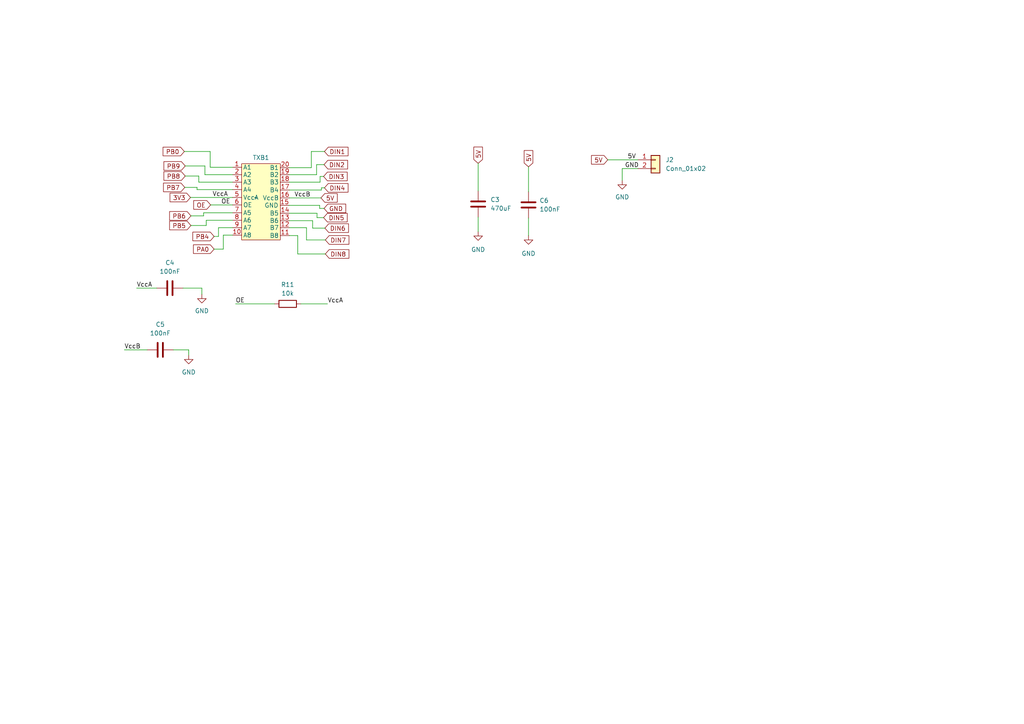
<source format=kicad_sch>
(kicad_sch (version 20230121) (generator eeschema)
  (paper "A4")
  (lib_symbols
    (symbol "Connector_Generic:Conn_01x02" (pin_names (offset 1.016) hide)
      (property "Reference" "J" (at 0 2.54 0))
      (property "Value" "Conn_01x02" (at 0 -5.08 0))
      (symbol "Conn_01x02_1_1"
        (rectangle (start -1.27 -2.413) (end 0 -2.667) (stroke (width 0.1524)))
        (rectangle (start -1.27 0.127) (end 0 -0.127) (stroke (width 0.1524)))
        (rectangle (start -1.27 1.27) (end 1.27 -3.81) (stroke (width 0.254)) (fill (type background)))
        (pin passive line (at -5.08 0 0) (length 3.81) (name "Pin_1") (number "1"))
        (pin passive line (at -5.08 -2.54 0) (length 3.81) (name "Pin_2") (number "2"))
      )
    )
    (symbol "Device:C" (pin_numbers hide) (pin_names (offset 0.254))
      (property "Reference" "C" (at 0.635 2.54 0))
      (property "Value" "C" (at 0.635 -2.54 0))
      (symbol "C_0_1"
        (polyline (pts (xy -2.032 -0.762) (xy 2.032 -0.762)) (stroke (width 0.508)))
        (polyline (pts (xy -2.032 0.762) (xy 2.032 0.762)) (stroke (width 0.508)))
      )
      (symbol "C_1_1"
        (pin passive line (at 0 3.81 270) (length 2.794) (name "~") (number "1"))
        (pin passive line (at 0 -3.81 90) (length 2.794) (name "~") (number "2"))
      )
    )
    (symbol "Device:R" (pin_numbers hide) (pin_names (offset 0))
      (property "Reference" "R" (at 2.032 0 90))
      (property "Value" "R" (at 0 0 90))
      (symbol "R_0_1"
        (rectangle (start -1.016 -2.54) (end 1.016 2.54) (stroke (width 0.254)))
      )
      (symbol "R_1_1"
        (pin passive line (at 0 3.81 270) (length 1.27) (name "~") (number "1"))
        (pin passive line (at 0 -3.81 90) (length 1.27) (name "~") (number "2"))
      )
    )
    (symbol "TXB0108_DQS_PACK:TXB0108"
      (property "Reference" "TXB1" (at 0 12.827 0))
      (property "Value" "~" (at -1.524 1.27 0))
      (symbol "TXB0108_1_1"
        (rectangle (start -5.588 11.049) (end 5.588 -11.049) (fill (type background)))
        (pin bidirectional line (at -8.255 10.033 0) (length 2.54) (name "A1") (number "1"))
        (pin bidirectional line (at -8.255 -9.652 0) (length 2.54) (name "A8") (number "10"))
        (pin bidirectional line (at 8.255 -9.779 180) (length 2.54) (name "B8") (number "11"))
        (pin bidirectional line (at 8.255 -7.493 180) (length 2.54) (name "B7") (number "12"))
        (pin bidirectional line (at 8.255 -5.461 180) (length 2.54) (name "B6") (number "13"))
        (pin bidirectional line (at 8.255 -3.302 180) (length 2.54) (name "B5") (number "14"))
        (pin bidirectional line (at 8.128 -1.016 180) (length 2.54) (name "GND") (number "15"))
        (pin bidirectional line (at 8.255 1.143 180) (length 2.54) (name "VccB") (number "16"))
        (pin bidirectional line (at 8.255 3.429 180) (length 2.54) (name "B4") (number "17"))
        (pin bidirectional line (at 8.255 5.715 180) (length 2.54) (name "B3") (number "18"))
        (pin bidirectional line (at 8.255 7.874 180) (length 2.54) (name "B2") (number "19"))
        (pin bidirectional line (at -8.255 7.874 0) (length 2.54) (name "A2") (number "2"))
        (pin bidirectional line (at 8.255 9.906 180) (length 2.54) (name "B1") (number "20"))
        (pin bidirectional line (at -8.255 5.715 0) (length 2.54) (name "A3") (number "3"))
        (pin bidirectional line (at -8.255 3.556 0) (length 2.54) (name "A4") (number "4"))
        (pin bidirectional line (at -8.255 1.27 0) (length 2.54) (name "VccA") (number "5"))
        (pin output line (at -8.255 -0.889 0) (length 2.54) (name "OE") (number "6"))
        (pin bidirectional line (at -8.255 -3.175 0) (length 2.54) (name "A5") (number "7"))
        (pin bidirectional line (at -8.255 -5.334 0) (length 2.54) (name "A6") (number "8"))
        (pin bidirectional line (at -8.255 -7.493 0) (length 2.54) (name "A7") (number "9"))
      )
    )
    (symbol "power:GND" (power) (pin_names (offset 0))
      (property "Value" "GND" (at 0 -3.81 0))
      (symbol "GND_0_1"
        (polyline (pts (xy 0 0) (xy 0 -1.27) (xy 1.27 -1.27) (xy 0 -2.54) (xy -1.27 -1.27) (xy 0 -1.27)))
      )
      (symbol "GND_1_1"
        (pin power_in line (at 0 0 270) (length 0) hide (name "GND") (number "1"))
      )
    )
  )
  (wire (pts (xy 93.218 54.483) (xy 94.107 54.483)))
  (wire (pts (xy 64.77 68.199) (xy 64.77 72.263)))
  (wire (pts (xy 83.947 64.008) (xy 90.678 64.008)))
  (wire (pts (xy 91.821 50.673) (xy 91.821 47.752)))
  (wire (pts (xy 83.947 66.04) (xy 88.9 66.04)))
  (wire (pts (xy 59.055 61.722) (xy 59.055 62.611)))
  (wire (pts (xy 68.326 88.138) (xy 79.629 88.138)))
  (wire (pts (xy 88.9 69.596) (xy 94.361 69.596)))
  (wire (pts (xy 83.947 52.832) (xy 92.837 52.832)))
  (wire (pts (xy 67.437 61.722) (xy 59.055 61.722)))
  (wire (pts (xy 55.245 57.277) (xy 67.437 57.277)))
  (wire (pts (xy 59.817 63.881) (xy 59.817 65.405)))
  (wire (pts (xy 91.948 63.119) (xy 93.853 63.119)))
  (wire (pts (xy 50.292 101.473) (xy 54.737 101.473)))
  (wire (pts (xy 36.068 101.473) (xy 42.672 101.473)))
  (wire (pts (xy 63.373 68.58) (xy 63.373 66.04)))
  (wire (pts (xy 39.624 83.566) (xy 45.466 83.566)))
  (wire (pts (xy 83.947 50.673) (xy 91.821 50.673)))
  (wire (pts (xy 83.947 57.404) (xy 93.091 57.404)))
  (wire (pts (xy 87.249 88.138) (xy 94.996 88.138)))
  (wire (pts (xy 55.372 65.405) (xy 59.817 65.405)))
  (wire (pts (xy 57.658 51.054) (xy 57.658 52.832)))
  (wire (pts (xy 67.437 54.991) (xy 57.15 54.991)))
  (wire (pts (xy 93.218 55.118) (xy 93.218 54.483)))
  (wire (pts (xy 54.737 101.473) (xy 54.737 102.997)))
  (wire (pts (xy 67.437 52.832) (xy 57.658 52.832)))
  (wire (pts (xy 90.678 64.008) (xy 90.678 66.167)))
  (wire (pts (xy 138.684 47.371) (xy 138.684 55.372)))
  (wire (pts (xy 153.289 63.246) (xy 153.289 68.326)))
  (wire (pts (xy 92.837 52.832) (xy 92.837 51.181)))
  (wire (pts (xy 86.36 73.66) (xy 94.361 73.66)))
  (wire (pts (xy 53.086 83.566) (xy 58.547 83.566)))
  (wire (pts (xy 92.71 60.452) (xy 93.98 60.452)))
  (wire (pts (xy 185.039 48.895) (xy 180.467 48.895)))
  (wire (pts (xy 83.947 68.326) (xy 86.36 68.326)))
  (wire (pts (xy 53.467 43.942) (xy 60.96 43.942)))
  (wire (pts (xy 83.947 48.641) (xy 90.297 48.641)))
  (wire (pts (xy 153.289 48.387) (xy 153.289 55.626)))
  (wire (pts (xy 53.721 51.054) (xy 57.658 51.054)))
  (wire (pts (xy 88.9 66.04) (xy 88.9 69.596)))
  (wire (pts (xy 57.15 54.991) (xy 57.15 54.356)))
  (wire (pts (xy 61.087 59.436) (xy 67.437 59.436)))
  (wire (pts (xy 90.297 43.942) (xy 94.107 43.942)))
  (wire (pts (xy 83.82 59.563) (xy 92.71 59.563)))
  (wire (pts (xy 138.684 62.992) (xy 138.684 67.183)))
  (wire (pts (xy 58.547 83.566) (xy 58.547 85.344)))
  (wire (pts (xy 86.36 68.326) (xy 86.36 73.66)))
  (wire (pts (xy 62.103 72.263) (xy 64.77 72.263)))
  (wire (pts (xy 53.721 48.133) (xy 59.436 48.133)))
  (wire (pts (xy 91.948 61.849) (xy 91.948 63.119)))
  (wire (pts (xy 55.372 62.611) (xy 59.055 62.611)))
  (wire (pts (xy 180.467 48.895) (xy 180.467 52.324)))
  (wire (pts (xy 92.837 51.181) (xy 93.853 51.181)))
  (wire (pts (xy 57.15 54.356) (xy 53.594 54.356)))
  (wire (pts (xy 59.436 50.673) (xy 59.436 48.133)))
  (wire (pts (xy 90.678 66.167) (xy 94.234 66.167)))
  (wire (pts (xy 83.947 61.849) (xy 91.948 61.849)))
  (wire (pts (xy 176.276 46.355) (xy 185.039 46.355)))
  (wire (pts (xy 59.817 63.881) (xy 67.437 63.881)))
  (wire (pts (xy 83.947 55.118) (xy 93.218 55.118)))
  (wire (pts (xy 67.437 68.199) (xy 64.77 68.199)))
  (wire (pts (xy 90.297 48.641) (xy 90.297 43.942)))
  (wire (pts (xy 62.103 68.58) (xy 63.373 68.58)))
  (wire (pts (xy 92.71 59.563) (xy 92.71 60.452)))
  (wire (pts (xy 63.373 66.04) (xy 67.437 66.04)))
  (wire (pts (xy 60.96 48.514) (xy 60.96 43.942)))
  (wire (pts (xy 67.437 48.514) (xy 60.96 48.514)))
  (wire (pts (xy 67.437 50.673) (xy 59.436 50.673)))
  (wire (pts (xy 91.821 47.752) (xy 93.98 47.752)))
  (label "OE" (at 64.135 59.436 0))
  (label "VccA" (at 94.996 88.138 0))
  (label "VccA" (at 39.624 83.566 0))
  (label "VccB" (at 85.344 57.404 0))
  (label "OE" (at 68.326 88.138 0))
  (label "VccB" (at 36.068 101.473 0))
  (label "5V" (at 181.991 46.355 0))
  (label "VccA" (at 61.595 57.277 0))
  (label "GND" (at 181.229 48.895 0))
  (global_label "PB9" (shape input) (at 53.721 48.133 180) (property "Intersheetrefs" "${INTERSHEET_REFS}" (effects hide)))
  (global_label "PB4" (shape input) (at 62.103 68.58 180) (property "Intersheetrefs" "${INTERSHEET_REFS}" (effects hide)))
  (global_label "PA0" (shape input) (at 62.103 72.263 180) (property "Intersheetrefs" "${INTERSHEET_REFS}" (effects hide)))
  (global_label "DIN2" (shape input) (at 93.98 47.752 0) (property "Intersheetrefs" "${INTERSHEET_REFS}" (effects hide)))
  (global_label "DIN3" (shape input) (at 93.853 51.181 0) (property "Intersheetrefs" "${INTERSHEET_REFS}" (effects hide)))
  (global_label "DIN5" (shape input) (at 93.853 63.119 0) (property "Intersheetrefs" "${INTERSHEET_REFS}" (effects hide)))
  (global_label "PB6" (shape input) (at 55.372 62.611 180) (property "Intersheetrefs" "${INTERSHEET_REFS}" (effects hide)))
  (global_label "DIN6" (shape input) (at 94.234 66.167 0) (property "Intersheetrefs" "${INTERSHEET_REFS}" (effects hide)))
  (global_label "5V" (shape input) (at 138.684 47.371 90) (property "Intersheetrefs" "${INTERSHEET_REFS}" (effects hide)))
  (global_label "PB0" (shape input) (at 53.467 43.942 180) (property "Intersheetrefs" "${INTERSHEET_REFS}" (effects hide)))
  (global_label "OE" (shape input) (at 61.087 59.436 180) (property "Intersheetrefs" "${INTERSHEET_REFS}" (effects hide)))
  (global_label "5V" (shape input) (at 176.276 46.355 180) (property "Intersheetrefs" "${INTERSHEET_REFS}" (effects hide)))
  (global_label "GND" (shape input) (at 93.98 60.452 0) (property "Intersheetrefs" "${INTERSHEET_REFS}" (effects hide)))
  (global_label "DIN7" (shape input) (at 94.361 69.596 0) (property "Intersheetrefs" "${INTERSHEET_REFS}" (effects hide)))
  (global_label "DIN1" (shape input) (at 94.107 43.942 0) (property "Intersheetrefs" "${INTERSHEET_REFS}" (effects hide)))
  (global_label "3V3" (shape input) (at 55.245 57.277 180) (property "Intersheetrefs" "${INTERSHEET_REFS}" (effects hide)))
  (global_label "PB8" (shape input) (at 53.721 51.054 180) (property "Intersheetrefs" "${INTERSHEET_REFS}" (effects hide)))
  (global_label "PB5" (shape input) (at 55.372 65.405 180) (property "Intersheetrefs" "${INTERSHEET_REFS}" (effects hide)))
  (global_label "PB7" (shape input) (at 53.594 54.356 180) (property "Intersheetrefs" "${INTERSHEET_REFS}" (effects hide)))
  (global_label "DIN8" (shape input) (at 94.361 73.66 0) (property "Intersheetrefs" "${INTERSHEET_REFS}" (effects hide)))
  (global_label "5V" (shape input) (at 153.289 48.387 90) (property "Intersheetrefs" "${INTERSHEET_REFS}" (effects hide)))
  (global_label "DIN4" (shape input) (at 94.107 54.483 0) (property "Intersheetrefs" "${INTERSHEET_REFS}" (effects hide)))
  (global_label "5V" (shape input) (at 93.091 57.404 0) (property "Intersheetrefs" "${INTERSHEET_REFS}" (effects hide)))
  (symbol (lib_id "power:GND") (at 54.737 102.997 0) (unit 1)
    (property "Reference" "#PWR08" (effects hide))
    (property "Value" "GND" (at 54.737 107.95 0))
  )
  (symbol (lib_id "power:GND") (at 180.467 52.324 0) (unit 1)
    (property "Reference" "#PWR09" (effects hide))
    (property "Value" "GND" (at 180.467 57.15 0))
  )
  (symbol (lib_id "TXB0108_DQS_PACK:TXB0108") (at 75.692 58.547 0) (unit 1)
    (property "Reference" "TXB1" (at 75.692 45.72 0))
    (property "Value" "~" (at 74.168 57.277 0))
    (property "Footprint" "TXB0108DQSR:TXB0108DQSR" (effects hide))
  )
  (symbol (lib_id "Device:C") (at 138.684 59.182 0) (unit 1)
    (property "Reference" "C3" (at 142.24 57.912 0) (effects (justify left)))
    (property "Value" "470uF" (at 142.24 60.452 0) (effects (justify left)))
    (property "Footprint" "Capacitor_SMD:C_0603_1608Metric" (effects hide))
  )
  (symbol (lib_id "Device:C") (at 153.289 59.436 0) (unit 1)
    (property "Reference" "C6" (at 156.464 58.166 0) (effects (justify left)))
    (property "Value" "100nF" (at 156.464 60.706 0) (effects (justify left)))
    (property "Footprint" "Capacitor_SMD:C_0603_1608Metric" (effects hide))
  )
  (symbol (lib_id "power:GND") (at 153.289 68.326 0) (unit 1)
    (property "Reference" "#PWR010" (effects hide))
    (property "Value" "GND" (at 153.289 73.533 0))
  )
  (symbol (lib_id "power:GND") (at 138.684 67.183 0) (unit 1)
    (property "Reference" "#PWR06" (effects hide))
    (property "Value" "GND" (at 138.684 72.39 0))
  )
  (symbol (lib_id "Connector_Generic:Conn_01x02") (at 190.119 46.355 0) (unit 1)
    (property "Reference" "J2" (at 193.04 46.355 0) (effects (justify left)))
    (property "Value" "Conn_01x02" (at 193.04 48.895 0) (effects (justify left)))
  )
  (symbol (lib_id "Device:C") (at 49.276 83.566 90) (unit 1)
    (property "Reference" "C4" (at 49.276 76.2 90))
    (property "Value" "100nF" (at 49.276 78.74 90))
    (property "Footprint" "Capacitor_SMD:C_0603_1608Metric" (effects hide))
  )
  (symbol (lib_id "Device:R") (at 83.439 88.138 90) (unit 1)
    (property "Reference" "R11" (at 83.439 82.55 90))
    (property "Value" "10k" (at 83.439 85.09 90))
    (property "Footprint" "Resistor_SMD:R_0603_1608Metric" (effects hide))
  )
  (symbol (lib_id "Device:C") (at 46.482 101.473 90) (unit 1)
    (property "Reference" "C5" (at 46.482 94.107 90))
    (property "Value" "100nF" (at 46.482 96.647 90))
    (property "Footprint" "Capacitor_SMD:C_0603_1608Metric" (effects hide))
  )
  (symbol (lib_id "power:GND") (at 58.547 85.344 0) (unit 1)
    (property "Reference" "#PWR07" (effects hide))
    (property "Value" "GND" (at 58.547 90.17 0))
  )
)
</source>
